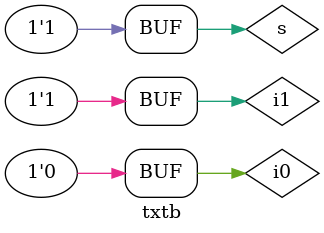
<source format=v>
module mux21(i0,i1,s,y);
input i0,i1,s;
output y;
assign y=s?i1:i0;//conditi onal operator
endmodule

module txtb;
 reg i0,i1,s;
 wire y;
 mux21 xr(i0,i1,s,y);
 initial begin
 i0=1'b1;i1=1'b0;s=1'b0;
 #5 i0=1'b0;i1=1'b1;s=1'b1;
 end
 initial
 $monitor($time,"i0=%b,i1=%b,s=%b,y=%b",i0,i1,s,y);
endmodule

</source>
